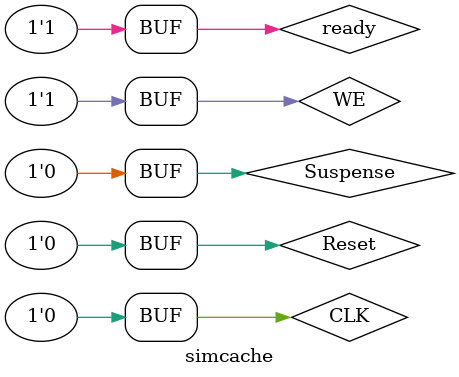
<source format=v>
`timescale 1ns / 1ps

module simcache();

	reg CLK, Reset;
	reg Suspense, WE, ready;
	reg [31:0] Addr, WD;
	wire Hit, MWE, MReady;
	wire [31:0] RD, MAddr, MWD, MRD, data;
	cache testcache(CLK, Reset, Suspense, Addr, WE, WD, Hit, RD,
					MAddr, MWE, MWD, MReady, MRD);
	dmem memory(CLK, Reset, MWE, MAddr, MWD, MReady, MRD, 7'b001_0000, data);

	initial
	begin
		Suspense <= 0;
		ready <= 0;
		WE <= 1;
		Addr <= 0;
		WD <= 32'h0000_000e;
		Reset <= 1; #5; Reset <= 0;
		ready <= 1;
	end

	always @(posedge CLK)
	begin
		if (ready)
		begin
			WD <= WD + {31'b0, Hit};
			Addr <= Addr + {29'b0, Hit, 2'b0};
		end
	end

	always
	begin
		CLK <= 1; #5; CLK <= 0; #5;
	end

endmodule

</source>
